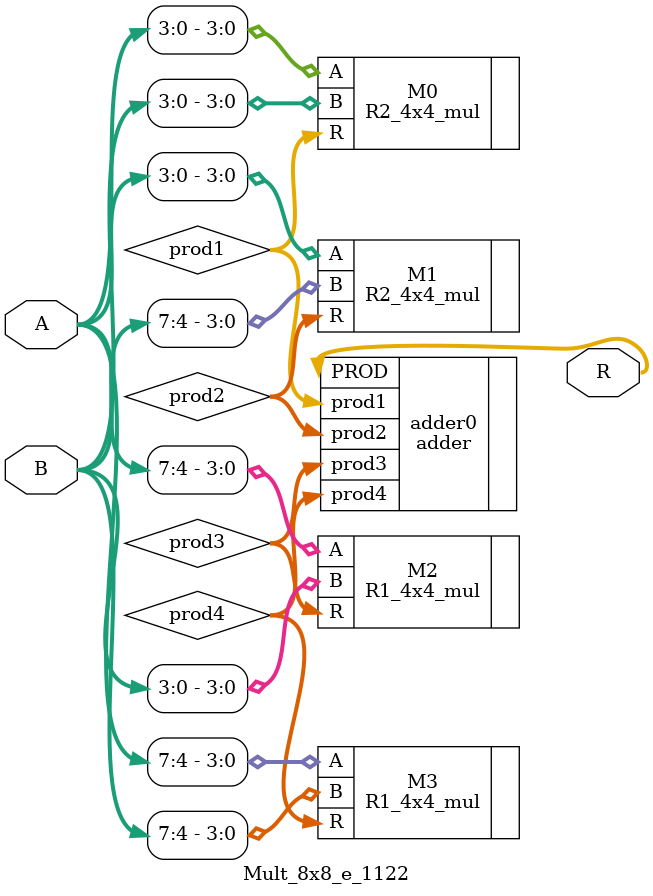
<source format=v>
module Mult_8x8_e_1122(
input [7:0] A,
input [7:0] B,
output [15:0]R
);
wire [7:0]prod1;
wire [7:0]prod2;
wire [7:0]prod3;
wire [7:0]prod4;

R2_4x4_mul M0(.A(A[3:0]),.B(B[3:0]),.R(prod1));
R2_4x4_mul M1(.A(A[3:0]),.B(B[7:4]),.R(prod2));
R1_4x4_mul M2(.A(A[7:4]),.B(B[3:0]),.R(prod3));
R1_4x4_mul M3(.A(A[7:4]),.B(B[7:4]),.R(prod4));
adder adder0(.prod1(prod1),.prod2(prod2),.prod3(prod3),.prod4(prod4),.PROD(R));
endmodule

</source>
